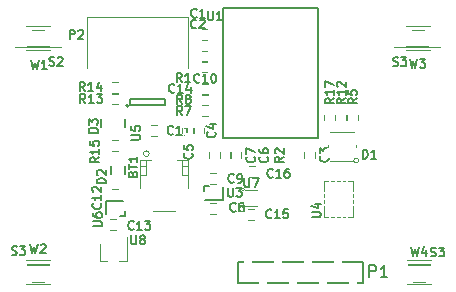
<source format=gbr>
G04 #@! TF.GenerationSoftware,KiCad,Pcbnew,(5.0.1-3-g963ef8bb5)*
G04 #@! TF.CreationDate,2019-06-21T09:31:58-10:00*
G04 #@! TF.ProjectId,OpenHAK_03,4F70656E48414B5F30332E6B69636164,rev?*
G04 #@! TF.SameCoordinates,Original*
G04 #@! TF.FileFunction,Legend,Top*
G04 #@! TF.FilePolarity,Positive*
%FSLAX46Y46*%
G04 Gerber Fmt 4.6, Leading zero omitted, Abs format (unit mm)*
G04 Created by KiCad (PCBNEW (5.0.1-3-g963ef8bb5)) date Friday, June 21, 2019 at 09:31:58 AM*
%MOMM*%
%LPD*%
G01*
G04 APERTURE LIST*
%ADD10C,0.100000*%
%ADD11C,0.120000*%
%ADD12C,0.200000*%
%ADD13C,0.150000*%
%ADD14C,0.127000*%
%ADD15R,0.570000X0.240000*%
%ADD16R,0.715000X0.290000*%
%ADD17R,0.290000X0.715000*%
%ADD18R,0.640000X0.540000*%
%ADD19C,0.010000*%
%ADD20C,0.520000*%
%ADD21R,0.490000X0.740000*%
%ADD22R,0.540000X0.640000*%
%ADD23R,1.050000X0.530000*%
%ADD24C,0.379410*%
%ADD25R,1.540000X1.540000*%
%ADD26R,1.540000X1.050000*%
%ADD27R,1.040000X0.294000*%
%ADD28R,0.294000X1.040000*%
%ADD29R,1.040000X1.640000*%
%ADD30R,0.790000X0.840000*%
%ADD31R,0.690000X0.840000*%
%ADD32R,0.690000X1.100000*%
%ADD33O,1.440000X1.440000*%
%ADD34R,1.940000X1.940000*%
%ADD35R,1.640000X1.440000*%
%ADD36R,0.440000X1.390000*%
%ADD37R,1.040000X0.840000*%
%ADD38R,0.640000X1.590000*%
%ADD39R,1.240000X1.840000*%
%ADD40R,0.780000X1.740000*%
G04 APERTURE END LIST*
D10*
G04 #@! TO.C,U7*
X142790880Y-101093860D02*
X141790880Y-101093860D01*
X142790880Y-102493860D02*
X141790880Y-102493860D01*
X141690880Y-101093860D02*
G75*
G03X141690880Y-101093860I-100000J0D01*
G01*
G04 #@! TO.C,U4*
X150940880Y-103393860D02*
X148440880Y-103393860D01*
X150940880Y-100393860D02*
X150940880Y-103393860D01*
X148440880Y-100393860D02*
X150940880Y-100393860D01*
X148440880Y-103393860D02*
X148440880Y-100393860D01*
D11*
G04 #@! TO.C,C12*
X131015880Y-101023860D02*
X130515880Y-101023860D01*
X130515880Y-101963860D02*
X131015880Y-101963860D01*
D12*
G04 #@! TO.C,U6*
X131165880Y-103293860D02*
X131565880Y-103293860D01*
X131565880Y-103293860D02*
X131565880Y-102893860D01*
X129965880Y-103193860D02*
X129965880Y-102093860D01*
X129965880Y-102093860D02*
X131465880Y-102093860D01*
D11*
G04 #@! TO.C,U8*
X129455880Y-105713860D02*
X129455880Y-107123860D01*
X131775880Y-107123860D02*
X131775880Y-105093860D01*
X131775880Y-107123860D02*
X131115880Y-107123860D01*
X130115880Y-107123860D02*
X129455880Y-107123860D01*
G04 #@! TO.C,C7*
X139620880Y-97943860D02*
X139620880Y-98443860D01*
X140560880Y-98443860D02*
X140560880Y-97943860D01*
G04 #@! TO.C,C8*
X138840880Y-103138860D02*
X139340880Y-103138860D01*
X139340880Y-102198860D02*
X138840880Y-102198860D01*
D13*
G04 #@! TO.C,U1*
X139940880Y-85693860D02*
X147940880Y-85693860D01*
X139940880Y-96193860D02*
X139940880Y-85693860D01*
X147940880Y-96693860D02*
X147940880Y-85693860D01*
X139940880Y-96693860D02*
X147940880Y-96693860D01*
X139940880Y-96193860D02*
X139940880Y-96693860D01*
D11*
G04 #@! TO.C,S3*
X157392880Y-87267860D02*
X155392880Y-87267860D01*
X155392880Y-89307860D02*
X157392880Y-89307860D01*
X157519880Y-107079860D02*
X155519880Y-107079860D01*
X155519880Y-109119860D02*
X157519880Y-109119860D01*
X125261880Y-107079860D02*
X123261880Y-107079860D01*
X123261880Y-109119860D02*
X125261880Y-109119860D01*
D13*
G04 #@! TO.C,D2*
X130390880Y-99818860D02*
X130390880Y-99118860D01*
X131590880Y-99118860D02*
X131590880Y-99818860D01*
G04 #@! TO.C,D3*
X131615880Y-95118860D02*
X131615880Y-95818860D01*
X129615880Y-95818860D02*
X129615880Y-95118860D01*
G04 #@! TO.C,U5*
X131915880Y-93993860D02*
G75*
G03X131915880Y-93993860I-100000J0D01*
G01*
X132065880Y-93443860D02*
X132065880Y-93943860D01*
X134965880Y-93443860D02*
X132065880Y-93443860D01*
X134965880Y-93943860D02*
X134965880Y-93443860D01*
X132065880Y-93943860D02*
X134965880Y-93943860D01*
D10*
G04 #@! TO.C,P2*
X136984220Y-90845647D02*
X136984220Y-86495647D01*
X136984220Y-86495647D02*
X128384220Y-86495647D01*
X128384220Y-86495647D02*
X128384220Y-90845647D01*
G04 #@! TO.C,D1*
X151390880Y-98643861D02*
G75*
G03X151390880Y-98643861I-200000J0D01*
G01*
X151190880Y-96443861D02*
X151190880Y-98443861D01*
X150990880Y-98643861D02*
X148990880Y-98643861D01*
X148790880Y-98443861D02*
X148790880Y-96443861D01*
X148990880Y-96243861D02*
X150990880Y-96243861D01*
D11*
G04 #@! TO.C,S2*
X125261880Y-87267860D02*
X123261880Y-87267860D01*
X123261880Y-89307860D02*
X125261880Y-89307860D01*
D14*
G04 #@! TO.C,W3*
X154492880Y-89014860D02*
X156392880Y-89014860D01*
X156392880Y-89014860D02*
X158292880Y-89014860D01*
D11*
X156892880Y-87564860D02*
X155892880Y-87564860D01*
D14*
G04 #@! TO.C,W4*
X158419880Y-107499860D02*
X156519880Y-107499860D01*
X156519880Y-107499860D02*
X154619880Y-107499860D01*
D11*
X156019880Y-108949860D02*
X157019880Y-108949860D01*
D14*
G04 #@! TO.C,W2*
X126161880Y-107499860D02*
X124261880Y-107499860D01*
X124261880Y-107499860D02*
X122361880Y-107499860D01*
D11*
X123761880Y-108949860D02*
X124761880Y-108949860D01*
D14*
G04 #@! TO.C,W1*
X122361880Y-89014860D02*
X124261880Y-89014860D01*
X124261880Y-89014860D02*
X126161880Y-89014860D01*
D11*
X124761880Y-87564860D02*
X123761880Y-87564860D01*
G04 #@! TO.C,BT1*
X133665880Y-98056360D02*
G75*
G03X133665880Y-98056360I-250000J0D01*
G01*
X134015880Y-102881360D02*
X135815880Y-102881360D01*
X132915880Y-100981360D02*
X132915880Y-98631360D01*
X132915880Y-98631360D02*
X133815880Y-98631360D01*
X133415880Y-98631360D02*
X133415880Y-99831360D01*
X133415880Y-99831360D02*
X133415880Y-99831360D01*
X133415880Y-99831360D02*
X133415880Y-98631360D01*
X133415880Y-98631360D02*
X133415880Y-98631360D01*
X133415880Y-99131360D02*
X133415880Y-99131360D01*
X133415880Y-99131360D02*
X132915880Y-99131360D01*
X132915880Y-99131360D02*
X132915880Y-99131360D01*
X132915880Y-99131360D02*
X133415880Y-99131360D01*
X133415880Y-99831360D02*
X133415880Y-99831360D01*
X133415880Y-99831360D02*
X132915880Y-99831360D01*
X132915880Y-99831360D02*
X132915880Y-99831360D01*
X132915880Y-99831360D02*
X133415880Y-99831360D01*
X136915880Y-100981360D02*
X136915880Y-98631360D01*
X136915880Y-98631360D02*
X136015880Y-98631360D01*
X136415880Y-98631360D02*
X136415880Y-99831360D01*
X136415880Y-99831360D02*
X136415880Y-99831360D01*
X136415880Y-99831360D02*
X136415880Y-98631360D01*
X136415880Y-98631360D02*
X136415880Y-98631360D01*
X136415880Y-99131360D02*
X136415880Y-99131360D01*
X136415880Y-99131360D02*
X136915880Y-99131360D01*
X136915880Y-99131360D02*
X136915880Y-99131360D01*
X136915880Y-99131360D02*
X136415880Y-99131360D01*
X136415880Y-99831360D02*
X136415880Y-99831360D01*
X136415880Y-99831360D02*
X136915880Y-99831360D01*
X136915880Y-99831360D02*
X136915880Y-99831360D01*
X136915880Y-99831360D02*
X136415880Y-99831360D01*
G04 #@! TO.C,C1*
X138090880Y-88463860D02*
X138590880Y-88463860D01*
X138590880Y-87523860D02*
X138090880Y-87523860D01*
G04 #@! TO.C,C2*
X138590880Y-88423860D02*
X138090880Y-88423860D01*
X138090880Y-89363860D02*
X138590880Y-89363860D01*
G04 #@! TO.C,C3*
X146770880Y-97893860D02*
X146770880Y-98393860D01*
X147710880Y-98393860D02*
X147710880Y-97893860D01*
G04 #@! TO.C,C4*
X137370880Y-95843860D02*
X137370880Y-96343860D01*
X138310880Y-96343860D02*
X138310880Y-95843860D01*
G04 #@! TO.C,C5*
X137410880Y-96343860D02*
X137410880Y-95843860D01*
X136470880Y-95843860D02*
X136470880Y-96343860D01*
G04 #@! TO.C,C6*
X138720880Y-97943860D02*
X138720880Y-98443860D01*
X139660880Y-98443860D02*
X139660880Y-97943860D01*
G04 #@! TO.C,C9*
X138840880Y-100638860D02*
X139340880Y-100638860D01*
X139340880Y-99698860D02*
X138840880Y-99698860D01*
G04 #@! TO.C,C10*
X138590880Y-90223860D02*
X138090880Y-90223860D01*
X138090880Y-91163860D02*
X138590880Y-91163860D01*
G04 #@! TO.C,C11*
X134315880Y-95623860D02*
X133815880Y-95623860D01*
X133815880Y-96563860D02*
X134315880Y-96563860D01*
G04 #@! TO.C,C13*
X130865880Y-103598860D02*
X130365880Y-103598860D01*
X130365880Y-104538860D02*
X130865880Y-104538860D01*
G04 #@! TO.C,C14*
X138660880Y-92123860D02*
X138160880Y-92123860D01*
X138160880Y-93063860D02*
X138660880Y-93063860D01*
G04 #@! TO.C,C15*
X142490880Y-102773860D02*
X141990880Y-102773860D01*
X141990880Y-103713860D02*
X142490880Y-103713860D01*
G04 #@! TO.C,C16*
X142140880Y-100063860D02*
X142640880Y-100063860D01*
X142640880Y-99123860D02*
X142140880Y-99123860D01*
G04 #@! TO.C,R1*
X138590880Y-89323860D02*
X138090880Y-89323860D01*
X138090880Y-90263860D02*
X138590880Y-90263860D01*
G04 #@! TO.C,R2*
X141460880Y-98443860D02*
X141460880Y-97943860D01*
X140520880Y-97943860D02*
X140520880Y-98443860D01*
G04 #@! TO.C,R5*
X150370880Y-94743860D02*
X150370880Y-95243860D01*
X151310880Y-95243860D02*
X151310880Y-94743860D01*
G04 #@! TO.C,R7*
X138650880Y-93923860D02*
X138150880Y-93923860D01*
X138150880Y-94863860D02*
X138650880Y-94863860D01*
G04 #@! TO.C,R8*
X138640880Y-93023860D02*
X138140880Y-93023860D01*
X138140880Y-93963860D02*
X138640880Y-93963860D01*
G04 #@! TO.C,R12*
X150360880Y-95243860D02*
X150360880Y-94743860D01*
X149420880Y-94743860D02*
X149420880Y-95243860D01*
G04 #@! TO.C,R13*
X131015880Y-92923860D02*
X130515880Y-92923860D01*
X130515880Y-93863860D02*
X131015880Y-93863860D01*
G04 #@! TO.C,R14*
X131015880Y-92023860D02*
X130515880Y-92023860D01*
X130515880Y-92963860D02*
X131015880Y-92963860D01*
G04 #@! TO.C,R15*
X130515880Y-97863860D02*
X131015880Y-97863860D01*
X131015880Y-96923860D02*
X130515880Y-96923860D01*
G04 #@! TO.C,R17*
X148470880Y-94743860D02*
X148470880Y-95243860D01*
X149410880Y-95243860D02*
X149410880Y-94743860D01*
D12*
G04 #@! TO.C,U3*
X139890880Y-102018861D02*
X138390880Y-102018861D01*
X139890880Y-100918861D02*
X139890880Y-102018861D01*
X138290880Y-100818861D02*
X138290880Y-101218861D01*
X138690880Y-100818861D02*
X138290880Y-100818861D01*
G04 #@! TO.C,P1*
X141210880Y-107193860D02*
X151770880Y-107193860D01*
X151770880Y-107193860D02*
X151770880Y-108993860D01*
X151770880Y-108993860D02*
X141210880Y-108993860D01*
X141210880Y-108993860D02*
X141210880Y-107193860D01*
G04 #@! TO.C,U7*
D13*
X141719451Y-100133145D02*
X141719451Y-100740288D01*
X141755165Y-100811717D01*
X141790880Y-100847431D01*
X141862308Y-100883145D01*
X142005165Y-100883145D01*
X142076594Y-100847431D01*
X142112308Y-100811717D01*
X142148022Y-100740288D01*
X142148022Y-100133145D01*
X142433737Y-100133145D02*
X142933737Y-100133145D01*
X142612308Y-100883145D01*
G04 #@! TO.C,U4*
X147430165Y-103415288D02*
X148037308Y-103415288D01*
X148108737Y-103379574D01*
X148144451Y-103343860D01*
X148180165Y-103272431D01*
X148180165Y-103129574D01*
X148144451Y-103058145D01*
X148108737Y-103022431D01*
X148037308Y-102986717D01*
X147430165Y-102986717D01*
X147680165Y-102308145D02*
X148180165Y-102308145D01*
X147394451Y-102486717D02*
X147930165Y-102665288D01*
X147930165Y-102201002D01*
G04 #@! TO.C,C12*
X129533737Y-102276002D02*
X129569451Y-102311717D01*
X129605165Y-102418860D01*
X129605165Y-102490288D01*
X129569451Y-102597431D01*
X129498022Y-102668860D01*
X129426594Y-102704574D01*
X129283737Y-102740288D01*
X129176594Y-102740288D01*
X129033737Y-102704574D01*
X128962308Y-102668860D01*
X128890880Y-102597431D01*
X128855165Y-102490288D01*
X128855165Y-102418860D01*
X128890880Y-102311717D01*
X128926594Y-102276002D01*
X129605165Y-101561717D02*
X129605165Y-101990288D01*
X129605165Y-101776002D02*
X128855165Y-101776002D01*
X128962308Y-101847431D01*
X129033737Y-101918860D01*
X129069451Y-101990288D01*
X128926594Y-101276002D02*
X128890880Y-101240288D01*
X128855165Y-101168860D01*
X128855165Y-100990288D01*
X128890880Y-100918860D01*
X128926594Y-100883145D01*
X128998022Y-100847431D01*
X129069451Y-100847431D01*
X129176594Y-100883145D01*
X129605165Y-101311717D01*
X129605165Y-100847431D01*
G04 #@! TO.C,U6*
X128905165Y-104215288D02*
X129512308Y-104215288D01*
X129583737Y-104179574D01*
X129619451Y-104143860D01*
X129655165Y-104072431D01*
X129655165Y-103929574D01*
X129619451Y-103858145D01*
X129583737Y-103822431D01*
X129512308Y-103786717D01*
X128905165Y-103786717D01*
X128905165Y-103108145D02*
X128905165Y-103251002D01*
X128940880Y-103322431D01*
X128976594Y-103358145D01*
X129083737Y-103429574D01*
X129226594Y-103465288D01*
X129512308Y-103465288D01*
X129583737Y-103429574D01*
X129619451Y-103393860D01*
X129655165Y-103322431D01*
X129655165Y-103179574D01*
X129619451Y-103108145D01*
X129583737Y-103072431D01*
X129512308Y-103036717D01*
X129333737Y-103036717D01*
X129262308Y-103072431D01*
X129226594Y-103108145D01*
X129190880Y-103179574D01*
X129190880Y-103322431D01*
X129226594Y-103393860D01*
X129262308Y-103429574D01*
X129333737Y-103465288D01*
G04 #@! TO.C,U8*
X132144451Y-104983145D02*
X132144451Y-105590288D01*
X132180165Y-105661717D01*
X132215880Y-105697431D01*
X132287308Y-105733145D01*
X132430165Y-105733145D01*
X132501594Y-105697431D01*
X132537308Y-105661717D01*
X132573022Y-105590288D01*
X132573022Y-104983145D01*
X133037308Y-105304574D02*
X132965880Y-105268860D01*
X132930165Y-105233145D01*
X132894451Y-105161717D01*
X132894451Y-105126002D01*
X132930165Y-105054574D01*
X132965880Y-105018860D01*
X133037308Y-104983145D01*
X133180165Y-104983145D01*
X133251594Y-105018860D01*
X133287308Y-105054574D01*
X133323022Y-105126002D01*
X133323022Y-105161717D01*
X133287308Y-105233145D01*
X133251594Y-105268860D01*
X133180165Y-105304574D01*
X133037308Y-105304574D01*
X132965880Y-105340288D01*
X132930165Y-105376002D01*
X132894451Y-105447431D01*
X132894451Y-105590288D01*
X132930165Y-105661717D01*
X132965880Y-105697431D01*
X133037308Y-105733145D01*
X133180165Y-105733145D01*
X133251594Y-105697431D01*
X133287308Y-105661717D01*
X133323022Y-105590288D01*
X133323022Y-105447431D01*
X133287308Y-105376002D01*
X133251594Y-105340288D01*
X133180165Y-105304574D01*
G04 #@! TO.C,C7*
X142558737Y-98318860D02*
X142594451Y-98354574D01*
X142630165Y-98461717D01*
X142630165Y-98533145D01*
X142594451Y-98640288D01*
X142523022Y-98711717D01*
X142451594Y-98747431D01*
X142308737Y-98783145D01*
X142201594Y-98783145D01*
X142058737Y-98747431D01*
X141987308Y-98711717D01*
X141915880Y-98640288D01*
X141880165Y-98533145D01*
X141880165Y-98461717D01*
X141915880Y-98354574D01*
X141951594Y-98318860D01*
X141880165Y-98068860D02*
X141880165Y-97568860D01*
X142630165Y-97890288D01*
G04 #@! TO.C,C8*
X140965880Y-102886717D02*
X140930165Y-102922431D01*
X140823022Y-102958145D01*
X140751594Y-102958145D01*
X140644451Y-102922431D01*
X140573022Y-102851002D01*
X140537308Y-102779574D01*
X140501594Y-102636717D01*
X140501594Y-102529574D01*
X140537308Y-102386717D01*
X140573022Y-102315288D01*
X140644451Y-102243860D01*
X140751594Y-102208145D01*
X140823022Y-102208145D01*
X140930165Y-102243860D01*
X140965880Y-102279574D01*
X141394451Y-102529574D02*
X141323022Y-102493860D01*
X141287308Y-102458145D01*
X141251594Y-102386717D01*
X141251594Y-102351002D01*
X141287308Y-102279574D01*
X141323022Y-102243860D01*
X141394451Y-102208145D01*
X141537308Y-102208145D01*
X141608737Y-102243860D01*
X141644451Y-102279574D01*
X141680165Y-102351002D01*
X141680165Y-102386717D01*
X141644451Y-102458145D01*
X141608737Y-102493860D01*
X141537308Y-102529574D01*
X141394451Y-102529574D01*
X141323022Y-102565288D01*
X141287308Y-102601002D01*
X141251594Y-102672431D01*
X141251594Y-102815288D01*
X141287308Y-102886717D01*
X141323022Y-102922431D01*
X141394451Y-102958145D01*
X141537308Y-102958145D01*
X141608737Y-102922431D01*
X141644451Y-102886717D01*
X141680165Y-102815288D01*
X141680165Y-102672431D01*
X141644451Y-102601002D01*
X141608737Y-102565288D01*
X141537308Y-102529574D01*
G04 #@! TO.C,U1*
X138619451Y-86008145D02*
X138619451Y-86615288D01*
X138655165Y-86686717D01*
X138690880Y-86722431D01*
X138762308Y-86758145D01*
X138905165Y-86758145D01*
X138976594Y-86722431D01*
X139012308Y-86686717D01*
X139048022Y-86615288D01*
X139048022Y-86008145D01*
X139798022Y-86758145D02*
X139369451Y-86758145D01*
X139583737Y-86758145D02*
X139583737Y-86008145D01*
X139512308Y-86115288D01*
X139440880Y-86186717D01*
X139369451Y-86222431D01*
G04 #@! TO.C,S3*
X154294451Y-90597431D02*
X154401594Y-90633145D01*
X154580165Y-90633145D01*
X154651594Y-90597431D01*
X154687308Y-90561717D01*
X154723022Y-90490288D01*
X154723022Y-90418860D01*
X154687308Y-90347431D01*
X154651594Y-90311717D01*
X154580165Y-90276002D01*
X154437308Y-90240288D01*
X154365880Y-90204574D01*
X154330165Y-90168860D01*
X154294451Y-90097431D01*
X154294451Y-90026002D01*
X154330165Y-89954574D01*
X154365880Y-89918860D01*
X154437308Y-89883145D01*
X154615880Y-89883145D01*
X154723022Y-89918860D01*
X154973022Y-89883145D02*
X155437308Y-89883145D01*
X155187308Y-90168860D01*
X155294451Y-90168860D01*
X155365880Y-90204574D01*
X155401594Y-90240288D01*
X155437308Y-90311717D01*
X155437308Y-90490288D01*
X155401594Y-90561717D01*
X155365880Y-90597431D01*
X155294451Y-90633145D01*
X155080165Y-90633145D01*
X155008737Y-90597431D01*
X154973022Y-90561717D01*
X157494451Y-106722431D02*
X157601594Y-106758145D01*
X157780165Y-106758145D01*
X157851594Y-106722431D01*
X157887308Y-106686717D01*
X157923022Y-106615288D01*
X157923022Y-106543860D01*
X157887308Y-106472431D01*
X157851594Y-106436717D01*
X157780165Y-106401002D01*
X157637308Y-106365288D01*
X157565880Y-106329574D01*
X157530165Y-106293860D01*
X157494451Y-106222431D01*
X157494451Y-106151002D01*
X157530165Y-106079574D01*
X157565880Y-106043860D01*
X157637308Y-106008145D01*
X157815880Y-106008145D01*
X157923022Y-106043860D01*
X158173022Y-106008145D02*
X158637308Y-106008145D01*
X158387308Y-106293860D01*
X158494451Y-106293860D01*
X158565880Y-106329574D01*
X158601594Y-106365288D01*
X158637308Y-106436717D01*
X158637308Y-106615288D01*
X158601594Y-106686717D01*
X158565880Y-106722431D01*
X158494451Y-106758145D01*
X158280165Y-106758145D01*
X158208737Y-106722431D01*
X158173022Y-106686717D01*
X122019451Y-106597431D02*
X122126594Y-106633145D01*
X122305165Y-106633145D01*
X122376594Y-106597431D01*
X122412308Y-106561717D01*
X122448022Y-106490288D01*
X122448022Y-106418860D01*
X122412308Y-106347431D01*
X122376594Y-106311717D01*
X122305165Y-106276002D01*
X122162308Y-106240288D01*
X122090880Y-106204574D01*
X122055165Y-106168860D01*
X122019451Y-106097431D01*
X122019451Y-106026002D01*
X122055165Y-105954574D01*
X122090880Y-105918860D01*
X122162308Y-105883145D01*
X122340880Y-105883145D01*
X122448022Y-105918860D01*
X122698022Y-105883145D02*
X123162308Y-105883145D01*
X122912308Y-106168860D01*
X123019451Y-106168860D01*
X123090880Y-106204574D01*
X123126594Y-106240288D01*
X123162308Y-106311717D01*
X123162308Y-106490288D01*
X123126594Y-106561717D01*
X123090880Y-106597431D01*
X123019451Y-106633145D01*
X122805165Y-106633145D01*
X122733737Y-106597431D01*
X122698022Y-106561717D01*
G04 #@! TO.C,D2*
X129980165Y-100572431D02*
X129230165Y-100572431D01*
X129230165Y-100393860D01*
X129265880Y-100286717D01*
X129337308Y-100215288D01*
X129408737Y-100179574D01*
X129551594Y-100143860D01*
X129658737Y-100143860D01*
X129801594Y-100179574D01*
X129873022Y-100215288D01*
X129944451Y-100286717D01*
X129980165Y-100393860D01*
X129980165Y-100572431D01*
X129301594Y-99858145D02*
X129265880Y-99822431D01*
X129230165Y-99751002D01*
X129230165Y-99572431D01*
X129265880Y-99501002D01*
X129301594Y-99465288D01*
X129373022Y-99429574D01*
X129444451Y-99429574D01*
X129551594Y-99465288D01*
X129980165Y-99893860D01*
X129980165Y-99429574D01*
G04 #@! TO.C,D3*
X129280165Y-96272431D02*
X128530165Y-96272431D01*
X128530165Y-96093860D01*
X128565880Y-95986717D01*
X128637308Y-95915288D01*
X128708737Y-95879574D01*
X128851594Y-95843860D01*
X128958737Y-95843860D01*
X129101594Y-95879574D01*
X129173022Y-95915288D01*
X129244451Y-95986717D01*
X129280165Y-96093860D01*
X129280165Y-96272431D01*
X128530165Y-95593860D02*
X128530165Y-95129574D01*
X128815880Y-95379574D01*
X128815880Y-95272431D01*
X128851594Y-95201002D01*
X128887308Y-95165288D01*
X128958737Y-95129574D01*
X129137308Y-95129574D01*
X129208737Y-95165288D01*
X129244451Y-95201002D01*
X129280165Y-95272431D01*
X129280165Y-95486717D01*
X129244451Y-95558145D01*
X129208737Y-95593860D01*
G04 #@! TO.C,U5*
X132135165Y-96875288D02*
X132742308Y-96875288D01*
X132813737Y-96839574D01*
X132849451Y-96803860D01*
X132885165Y-96732431D01*
X132885165Y-96589574D01*
X132849451Y-96518145D01*
X132813737Y-96482431D01*
X132742308Y-96446717D01*
X132135165Y-96446717D01*
X132135165Y-95732431D02*
X132135165Y-96089574D01*
X132492308Y-96125288D01*
X132456594Y-96089574D01*
X132420880Y-96018145D01*
X132420880Y-95839574D01*
X132456594Y-95768145D01*
X132492308Y-95732431D01*
X132563737Y-95696717D01*
X132742308Y-95696717D01*
X132813737Y-95732431D01*
X132849451Y-95768145D01*
X132885165Y-95839574D01*
X132885165Y-96018145D01*
X132849451Y-96089574D01*
X132813737Y-96125288D01*
G04 #@! TO.C,P2*
X126934108Y-88322345D02*
X126934108Y-87572345D01*
X127219822Y-87572345D01*
X127291251Y-87608060D01*
X127326965Y-87643774D01*
X127362680Y-87715202D01*
X127362680Y-87822345D01*
X127326965Y-87893774D01*
X127291251Y-87929488D01*
X127219822Y-87965202D01*
X126934108Y-87965202D01*
X127648394Y-87643774D02*
X127684108Y-87608060D01*
X127755537Y-87572345D01*
X127934108Y-87572345D01*
X128005537Y-87608060D01*
X128041251Y-87643774D01*
X128076965Y-87715202D01*
X128076965Y-87786631D01*
X128041251Y-87893774D01*
X127612680Y-88322345D01*
X128076965Y-88322345D01*
G04 #@! TO.C,D1*
X151737308Y-98483146D02*
X151737308Y-97733146D01*
X151915880Y-97733146D01*
X152023022Y-97768861D01*
X152094451Y-97840289D01*
X152130165Y-97911718D01*
X152165880Y-98054575D01*
X152165880Y-98161718D01*
X152130165Y-98304575D01*
X152094451Y-98376003D01*
X152023022Y-98447432D01*
X151915880Y-98483146D01*
X151737308Y-98483146D01*
X152880165Y-98483146D02*
X152451594Y-98483146D01*
X152665880Y-98483146D02*
X152665880Y-97733146D01*
X152594451Y-97840289D01*
X152523022Y-97911718D01*
X152451594Y-97947432D01*
G04 #@! TO.C,S2*
X125194451Y-90572431D02*
X125301594Y-90608145D01*
X125480165Y-90608145D01*
X125551594Y-90572431D01*
X125587308Y-90536717D01*
X125623022Y-90465288D01*
X125623022Y-90393860D01*
X125587308Y-90322431D01*
X125551594Y-90286717D01*
X125480165Y-90251002D01*
X125337308Y-90215288D01*
X125265880Y-90179574D01*
X125230165Y-90143860D01*
X125194451Y-90072431D01*
X125194451Y-90001002D01*
X125230165Y-89929574D01*
X125265880Y-89893860D01*
X125337308Y-89858145D01*
X125515880Y-89858145D01*
X125623022Y-89893860D01*
X125908737Y-89929574D02*
X125944451Y-89893860D01*
X126015880Y-89858145D01*
X126194451Y-89858145D01*
X126265880Y-89893860D01*
X126301594Y-89929574D01*
X126337308Y-90001002D01*
X126337308Y-90072431D01*
X126301594Y-90179574D01*
X125873022Y-90608145D01*
X126337308Y-90608145D01*
G04 #@! TO.C,W3*
X155712308Y-90033145D02*
X155890880Y-90783145D01*
X156033737Y-90247431D01*
X156176594Y-90783145D01*
X156355165Y-90033145D01*
X156569451Y-90033145D02*
X157033737Y-90033145D01*
X156783737Y-90318860D01*
X156890880Y-90318860D01*
X156962308Y-90354574D01*
X156998022Y-90390288D01*
X157033737Y-90461717D01*
X157033737Y-90640288D01*
X156998022Y-90711717D01*
X156962308Y-90747431D01*
X156890880Y-90783145D01*
X156676594Y-90783145D01*
X156605165Y-90747431D01*
X156569451Y-90711717D01*
G04 #@! TO.C,W4*
X155841308Y-105933145D02*
X156019880Y-106683145D01*
X156162737Y-106147431D01*
X156305594Y-106683145D01*
X156484165Y-105933145D01*
X157091308Y-106183145D02*
X157091308Y-106683145D01*
X156912737Y-105897431D02*
X156734165Y-106433145D01*
X157198451Y-106433145D01*
G04 #@! TO.C,W2*
X123562308Y-105733145D02*
X123740880Y-106483145D01*
X123883737Y-105947431D01*
X124026594Y-106483145D01*
X124205165Y-105733145D01*
X124455165Y-105804574D02*
X124490880Y-105768860D01*
X124562308Y-105733145D01*
X124740880Y-105733145D01*
X124812308Y-105768860D01*
X124848022Y-105804574D01*
X124883737Y-105876002D01*
X124883737Y-105947431D01*
X124848022Y-106054574D01*
X124419451Y-106483145D01*
X124883737Y-106483145D01*
G04 #@! TO.C,W1*
X123662308Y-90133145D02*
X123840880Y-90883145D01*
X123983737Y-90347431D01*
X124126594Y-90883145D01*
X124305165Y-90133145D01*
X124983737Y-90883145D02*
X124555165Y-90883145D01*
X124769451Y-90883145D02*
X124769451Y-90133145D01*
X124698022Y-90240288D01*
X124626594Y-90311717D01*
X124555165Y-90347431D01*
G04 #@! TO.C,BT1*
X132262308Y-99783145D02*
X132298022Y-99676002D01*
X132333737Y-99640288D01*
X132405165Y-99604574D01*
X132512308Y-99604574D01*
X132583737Y-99640288D01*
X132619451Y-99676002D01*
X132655165Y-99747431D01*
X132655165Y-100033145D01*
X131905165Y-100033145D01*
X131905165Y-99783145D01*
X131940880Y-99711717D01*
X131976594Y-99676002D01*
X132048022Y-99640288D01*
X132119451Y-99640288D01*
X132190880Y-99676002D01*
X132226594Y-99711717D01*
X132262308Y-99783145D01*
X132262308Y-100033145D01*
X131905165Y-99390288D02*
X131905165Y-98961717D01*
X132655165Y-99176002D02*
X131905165Y-99176002D01*
X132655165Y-98318860D02*
X132655165Y-98747431D01*
X132655165Y-98533145D02*
X131905165Y-98533145D01*
X132012308Y-98604574D01*
X132083737Y-98676002D01*
X132119451Y-98747431D01*
G04 #@! TO.C,C1*
X137665880Y-86461717D02*
X137630165Y-86497431D01*
X137523022Y-86533145D01*
X137451594Y-86533145D01*
X137344451Y-86497431D01*
X137273022Y-86426002D01*
X137237308Y-86354574D01*
X137201594Y-86211717D01*
X137201594Y-86104574D01*
X137237308Y-85961717D01*
X137273022Y-85890288D01*
X137344451Y-85818860D01*
X137451594Y-85783145D01*
X137523022Y-85783145D01*
X137630165Y-85818860D01*
X137665880Y-85854574D01*
X138380165Y-86533145D02*
X137951594Y-86533145D01*
X138165880Y-86533145D02*
X138165880Y-85783145D01*
X138094451Y-85890288D01*
X138023022Y-85961717D01*
X137951594Y-85997431D01*
G04 #@! TO.C,C2*
X137640880Y-87386717D02*
X137605165Y-87422431D01*
X137498022Y-87458145D01*
X137426594Y-87458145D01*
X137319451Y-87422431D01*
X137248022Y-87351002D01*
X137212308Y-87279574D01*
X137176594Y-87136717D01*
X137176594Y-87029574D01*
X137212308Y-86886717D01*
X137248022Y-86815288D01*
X137319451Y-86743860D01*
X137426594Y-86708145D01*
X137498022Y-86708145D01*
X137605165Y-86743860D01*
X137640880Y-86779574D01*
X137926594Y-86779574D02*
X137962308Y-86743860D01*
X138033737Y-86708145D01*
X138212308Y-86708145D01*
X138283737Y-86743860D01*
X138319451Y-86779574D01*
X138355165Y-86851002D01*
X138355165Y-86922431D01*
X138319451Y-87029574D01*
X137890880Y-87458145D01*
X138355165Y-87458145D01*
G04 #@! TO.C,C3*
X148778737Y-98268860D02*
X148814451Y-98304574D01*
X148850165Y-98411717D01*
X148850165Y-98483145D01*
X148814451Y-98590288D01*
X148743022Y-98661717D01*
X148671594Y-98697431D01*
X148528737Y-98733145D01*
X148421594Y-98733145D01*
X148278737Y-98697431D01*
X148207308Y-98661717D01*
X148135880Y-98590288D01*
X148100165Y-98483145D01*
X148100165Y-98411717D01*
X148135880Y-98304574D01*
X148171594Y-98268860D01*
X148100165Y-98018860D02*
X148100165Y-97554574D01*
X148385880Y-97804574D01*
X148385880Y-97697431D01*
X148421594Y-97626002D01*
X148457308Y-97590288D01*
X148528737Y-97554574D01*
X148707308Y-97554574D01*
X148778737Y-97590288D01*
X148814451Y-97626002D01*
X148850165Y-97697431D01*
X148850165Y-97911717D01*
X148814451Y-97983145D01*
X148778737Y-98018860D01*
G04 #@! TO.C,C4*
X139208737Y-96218860D02*
X139244451Y-96254574D01*
X139280165Y-96361717D01*
X139280165Y-96433145D01*
X139244451Y-96540288D01*
X139173022Y-96611717D01*
X139101594Y-96647431D01*
X138958737Y-96683145D01*
X138851594Y-96683145D01*
X138708737Y-96647431D01*
X138637308Y-96611717D01*
X138565880Y-96540288D01*
X138530165Y-96433145D01*
X138530165Y-96361717D01*
X138565880Y-96254574D01*
X138601594Y-96218860D01*
X138780165Y-95576002D02*
X139280165Y-95576002D01*
X138494451Y-95754574D02*
X139030165Y-95933145D01*
X139030165Y-95468860D01*
G04 #@! TO.C,C5*
X137258737Y-98018860D02*
X137294451Y-98054574D01*
X137330165Y-98161717D01*
X137330165Y-98233145D01*
X137294451Y-98340288D01*
X137223022Y-98411717D01*
X137151594Y-98447431D01*
X137008737Y-98483145D01*
X136901594Y-98483145D01*
X136758737Y-98447431D01*
X136687308Y-98411717D01*
X136615880Y-98340288D01*
X136580165Y-98233145D01*
X136580165Y-98161717D01*
X136615880Y-98054574D01*
X136651594Y-98018860D01*
X136580165Y-97340288D02*
X136580165Y-97697431D01*
X136937308Y-97733145D01*
X136901594Y-97697431D01*
X136865880Y-97626002D01*
X136865880Y-97447431D01*
X136901594Y-97376002D01*
X136937308Y-97340288D01*
X137008737Y-97304574D01*
X137187308Y-97304574D01*
X137258737Y-97340288D01*
X137294451Y-97376002D01*
X137330165Y-97447431D01*
X137330165Y-97626002D01*
X137294451Y-97697431D01*
X137258737Y-97733145D01*
G04 #@! TO.C,C6*
X143658737Y-98318860D02*
X143694451Y-98354574D01*
X143730165Y-98461717D01*
X143730165Y-98533145D01*
X143694451Y-98640288D01*
X143623022Y-98711717D01*
X143551594Y-98747431D01*
X143408737Y-98783145D01*
X143301594Y-98783145D01*
X143158737Y-98747431D01*
X143087308Y-98711717D01*
X143015880Y-98640288D01*
X142980165Y-98533145D01*
X142980165Y-98461717D01*
X143015880Y-98354574D01*
X143051594Y-98318860D01*
X142980165Y-97676002D02*
X142980165Y-97818860D01*
X143015880Y-97890288D01*
X143051594Y-97926002D01*
X143158737Y-97997431D01*
X143301594Y-98033145D01*
X143587308Y-98033145D01*
X143658737Y-97997431D01*
X143694451Y-97961717D01*
X143730165Y-97890288D01*
X143730165Y-97747431D01*
X143694451Y-97676002D01*
X143658737Y-97640288D01*
X143587308Y-97604574D01*
X143408737Y-97604574D01*
X143337308Y-97640288D01*
X143301594Y-97676002D01*
X143265880Y-97747431D01*
X143265880Y-97890288D01*
X143301594Y-97961717D01*
X143337308Y-97997431D01*
X143408737Y-98033145D01*
G04 #@! TO.C,C9*
X140815880Y-100436717D02*
X140780165Y-100472431D01*
X140673022Y-100508145D01*
X140601594Y-100508145D01*
X140494451Y-100472431D01*
X140423022Y-100401002D01*
X140387308Y-100329574D01*
X140351594Y-100186717D01*
X140351594Y-100079574D01*
X140387308Y-99936717D01*
X140423022Y-99865288D01*
X140494451Y-99793860D01*
X140601594Y-99758145D01*
X140673022Y-99758145D01*
X140780165Y-99793860D01*
X140815880Y-99829574D01*
X141173022Y-100508145D02*
X141315880Y-100508145D01*
X141387308Y-100472431D01*
X141423022Y-100436717D01*
X141494451Y-100329574D01*
X141530165Y-100186717D01*
X141530165Y-99901002D01*
X141494451Y-99829574D01*
X141458737Y-99793860D01*
X141387308Y-99758145D01*
X141244451Y-99758145D01*
X141173022Y-99793860D01*
X141137308Y-99829574D01*
X141101594Y-99901002D01*
X141101594Y-100079574D01*
X141137308Y-100151002D01*
X141173022Y-100186717D01*
X141244451Y-100222431D01*
X141387308Y-100222431D01*
X141458737Y-100186717D01*
X141494451Y-100151002D01*
X141530165Y-100079574D01*
G04 #@! TO.C,C10*
X137908737Y-91961717D02*
X137873022Y-91997431D01*
X137765880Y-92033145D01*
X137694451Y-92033145D01*
X137587308Y-91997431D01*
X137515880Y-91926002D01*
X137480165Y-91854574D01*
X137444451Y-91711717D01*
X137444451Y-91604574D01*
X137480165Y-91461717D01*
X137515880Y-91390288D01*
X137587308Y-91318860D01*
X137694451Y-91283145D01*
X137765880Y-91283145D01*
X137873022Y-91318860D01*
X137908737Y-91354574D01*
X138623022Y-92033145D02*
X138194451Y-92033145D01*
X138408737Y-92033145D02*
X138408737Y-91283145D01*
X138337308Y-91390288D01*
X138265880Y-91461717D01*
X138194451Y-91497431D01*
X139087308Y-91283145D02*
X139158737Y-91283145D01*
X139230165Y-91318860D01*
X139265880Y-91354574D01*
X139301594Y-91426002D01*
X139337308Y-91568860D01*
X139337308Y-91747431D01*
X139301594Y-91890288D01*
X139265880Y-91961717D01*
X139230165Y-91997431D01*
X139158737Y-92033145D01*
X139087308Y-92033145D01*
X139015880Y-91997431D01*
X138980165Y-91961717D01*
X138944451Y-91890288D01*
X138908737Y-91747431D01*
X138908737Y-91568860D01*
X138944451Y-91426002D01*
X138980165Y-91354574D01*
X139015880Y-91318860D01*
X139087308Y-91283145D01*
G04 #@! TO.C,C11*
X135682137Y-96384917D02*
X135646422Y-96420631D01*
X135539280Y-96456345D01*
X135467851Y-96456345D01*
X135360708Y-96420631D01*
X135289280Y-96349202D01*
X135253565Y-96277774D01*
X135217851Y-96134917D01*
X135217851Y-96027774D01*
X135253565Y-95884917D01*
X135289280Y-95813488D01*
X135360708Y-95742060D01*
X135467851Y-95706345D01*
X135539280Y-95706345D01*
X135646422Y-95742060D01*
X135682137Y-95777774D01*
X136396422Y-96456345D02*
X135967851Y-96456345D01*
X136182137Y-96456345D02*
X136182137Y-95706345D01*
X136110708Y-95813488D01*
X136039280Y-95884917D01*
X135967851Y-95920631D01*
X137110708Y-96456345D02*
X136682137Y-96456345D01*
X136896422Y-96456345D02*
X136896422Y-95706345D01*
X136824994Y-95813488D01*
X136753565Y-95884917D01*
X136682137Y-95920631D01*
G04 #@! TO.C,C13*
X132333737Y-104436717D02*
X132298022Y-104472431D01*
X132190880Y-104508145D01*
X132119451Y-104508145D01*
X132012308Y-104472431D01*
X131940880Y-104401002D01*
X131905165Y-104329574D01*
X131869451Y-104186717D01*
X131869451Y-104079574D01*
X131905165Y-103936717D01*
X131940880Y-103865288D01*
X132012308Y-103793860D01*
X132119451Y-103758145D01*
X132190880Y-103758145D01*
X132298022Y-103793860D01*
X132333737Y-103829574D01*
X133048022Y-104508145D02*
X132619451Y-104508145D01*
X132833737Y-104508145D02*
X132833737Y-103758145D01*
X132762308Y-103865288D01*
X132690880Y-103936717D01*
X132619451Y-103972431D01*
X133298022Y-103758145D02*
X133762308Y-103758145D01*
X133512308Y-104043860D01*
X133619451Y-104043860D01*
X133690880Y-104079574D01*
X133726594Y-104115288D01*
X133762308Y-104186717D01*
X133762308Y-104365288D01*
X133726594Y-104436717D01*
X133690880Y-104472431D01*
X133619451Y-104508145D01*
X133405165Y-104508145D01*
X133333737Y-104472431D01*
X133298022Y-104436717D01*
G04 #@! TO.C,C14*
X135798737Y-92821717D02*
X135763022Y-92857431D01*
X135655880Y-92893145D01*
X135584451Y-92893145D01*
X135477308Y-92857431D01*
X135405880Y-92786002D01*
X135370165Y-92714574D01*
X135334451Y-92571717D01*
X135334451Y-92464574D01*
X135370165Y-92321717D01*
X135405880Y-92250288D01*
X135477308Y-92178860D01*
X135584451Y-92143145D01*
X135655880Y-92143145D01*
X135763022Y-92178860D01*
X135798737Y-92214574D01*
X136513022Y-92893145D02*
X136084451Y-92893145D01*
X136298737Y-92893145D02*
X136298737Y-92143145D01*
X136227308Y-92250288D01*
X136155880Y-92321717D01*
X136084451Y-92357431D01*
X137155880Y-92393145D02*
X137155880Y-92893145D01*
X136977308Y-92107431D02*
X136798737Y-92643145D01*
X137263022Y-92643145D01*
G04 #@! TO.C,C15*
X144008737Y-103461717D02*
X143973022Y-103497431D01*
X143865880Y-103533145D01*
X143794451Y-103533145D01*
X143687308Y-103497431D01*
X143615880Y-103426002D01*
X143580165Y-103354574D01*
X143544451Y-103211717D01*
X143544451Y-103104574D01*
X143580165Y-102961717D01*
X143615880Y-102890288D01*
X143687308Y-102818860D01*
X143794451Y-102783145D01*
X143865880Y-102783145D01*
X143973022Y-102818860D01*
X144008737Y-102854574D01*
X144723022Y-103533145D02*
X144294451Y-103533145D01*
X144508737Y-103533145D02*
X144508737Y-102783145D01*
X144437308Y-102890288D01*
X144365880Y-102961717D01*
X144294451Y-102997431D01*
X145401594Y-102783145D02*
X145044451Y-102783145D01*
X145008737Y-103140288D01*
X145044451Y-103104574D01*
X145115880Y-103068860D01*
X145294451Y-103068860D01*
X145365880Y-103104574D01*
X145401594Y-103140288D01*
X145437308Y-103211717D01*
X145437308Y-103390288D01*
X145401594Y-103461717D01*
X145365880Y-103497431D01*
X145294451Y-103533145D01*
X145115880Y-103533145D01*
X145044451Y-103497431D01*
X145008737Y-103461717D01*
G04 #@! TO.C,C16*
X144108737Y-100011717D02*
X144073022Y-100047431D01*
X143965880Y-100083145D01*
X143894451Y-100083145D01*
X143787308Y-100047431D01*
X143715880Y-99976002D01*
X143680165Y-99904574D01*
X143644451Y-99761717D01*
X143644451Y-99654574D01*
X143680165Y-99511717D01*
X143715880Y-99440288D01*
X143787308Y-99368860D01*
X143894451Y-99333145D01*
X143965880Y-99333145D01*
X144073022Y-99368860D01*
X144108737Y-99404574D01*
X144823022Y-100083145D02*
X144394451Y-100083145D01*
X144608737Y-100083145D02*
X144608737Y-99333145D01*
X144537308Y-99440288D01*
X144465880Y-99511717D01*
X144394451Y-99547431D01*
X145465880Y-99333145D02*
X145323022Y-99333145D01*
X145251594Y-99368860D01*
X145215880Y-99404574D01*
X145144451Y-99511717D01*
X145108737Y-99654574D01*
X145108737Y-99940288D01*
X145144451Y-100011717D01*
X145180165Y-100047431D01*
X145251594Y-100083145D01*
X145394451Y-100083145D01*
X145465880Y-100047431D01*
X145501594Y-100011717D01*
X145537308Y-99940288D01*
X145537308Y-99761717D01*
X145501594Y-99690288D01*
X145465880Y-99654574D01*
X145394451Y-99618860D01*
X145251594Y-99618860D01*
X145180165Y-99654574D01*
X145144451Y-99690288D01*
X145108737Y-99761717D01*
G04 #@! TO.C,R1*
X136415880Y-91983145D02*
X136165880Y-91626002D01*
X135987308Y-91983145D02*
X135987308Y-91233145D01*
X136273022Y-91233145D01*
X136344451Y-91268860D01*
X136380165Y-91304574D01*
X136415880Y-91376002D01*
X136415880Y-91483145D01*
X136380165Y-91554574D01*
X136344451Y-91590288D01*
X136273022Y-91626002D01*
X135987308Y-91626002D01*
X137130165Y-91983145D02*
X136701594Y-91983145D01*
X136915880Y-91983145D02*
X136915880Y-91233145D01*
X136844451Y-91340288D01*
X136773022Y-91411717D01*
X136701594Y-91447431D01*
G04 #@! TO.C,R2*
X145030165Y-98318860D02*
X144673022Y-98568860D01*
X145030165Y-98747431D02*
X144280165Y-98747431D01*
X144280165Y-98461717D01*
X144315880Y-98390288D01*
X144351594Y-98354574D01*
X144423022Y-98318860D01*
X144530165Y-98318860D01*
X144601594Y-98354574D01*
X144637308Y-98390288D01*
X144673022Y-98461717D01*
X144673022Y-98747431D01*
X144351594Y-98033145D02*
X144315880Y-97997431D01*
X144280165Y-97926002D01*
X144280165Y-97747431D01*
X144315880Y-97676002D01*
X144351594Y-97640288D01*
X144423022Y-97604574D01*
X144494451Y-97604574D01*
X144601594Y-97640288D01*
X145030165Y-98068860D01*
X145030165Y-97604574D01*
G04 #@! TO.C,R5*
X151230165Y-93368860D02*
X150873022Y-93618860D01*
X151230165Y-93797431D02*
X150480165Y-93797431D01*
X150480165Y-93511717D01*
X150515880Y-93440288D01*
X150551594Y-93404574D01*
X150623022Y-93368860D01*
X150730165Y-93368860D01*
X150801594Y-93404574D01*
X150837308Y-93440288D01*
X150873022Y-93511717D01*
X150873022Y-93797431D01*
X150480165Y-92690288D02*
X150480165Y-93047431D01*
X150837308Y-93083145D01*
X150801594Y-93047431D01*
X150765880Y-92976002D01*
X150765880Y-92797431D01*
X150801594Y-92726002D01*
X150837308Y-92690288D01*
X150908737Y-92654574D01*
X151087308Y-92654574D01*
X151158737Y-92690288D01*
X151194451Y-92726002D01*
X151230165Y-92797431D01*
X151230165Y-92976002D01*
X151194451Y-93047431D01*
X151158737Y-93083145D01*
G04 #@! TO.C,R7*
X136469080Y-94778345D02*
X136219080Y-94421202D01*
X136040508Y-94778345D02*
X136040508Y-94028345D01*
X136326222Y-94028345D01*
X136397651Y-94064060D01*
X136433365Y-94099774D01*
X136469080Y-94171202D01*
X136469080Y-94278345D01*
X136433365Y-94349774D01*
X136397651Y-94385488D01*
X136326222Y-94421202D01*
X136040508Y-94421202D01*
X136719080Y-94028345D02*
X137219080Y-94028345D01*
X136897651Y-94778345D01*
G04 #@! TO.C,R8*
X136445880Y-93823145D02*
X136195880Y-93466002D01*
X136017308Y-93823145D02*
X136017308Y-93073145D01*
X136303022Y-93073145D01*
X136374451Y-93108860D01*
X136410165Y-93144574D01*
X136445880Y-93216002D01*
X136445880Y-93323145D01*
X136410165Y-93394574D01*
X136374451Y-93430288D01*
X136303022Y-93466002D01*
X136017308Y-93466002D01*
X136874451Y-93394574D02*
X136803022Y-93358860D01*
X136767308Y-93323145D01*
X136731594Y-93251717D01*
X136731594Y-93216002D01*
X136767308Y-93144574D01*
X136803022Y-93108860D01*
X136874451Y-93073145D01*
X137017308Y-93073145D01*
X137088737Y-93108860D01*
X137124451Y-93144574D01*
X137160165Y-93216002D01*
X137160165Y-93251717D01*
X137124451Y-93323145D01*
X137088737Y-93358860D01*
X137017308Y-93394574D01*
X136874451Y-93394574D01*
X136803022Y-93430288D01*
X136767308Y-93466002D01*
X136731594Y-93537431D01*
X136731594Y-93680288D01*
X136767308Y-93751717D01*
X136803022Y-93787431D01*
X136874451Y-93823145D01*
X137017308Y-93823145D01*
X137088737Y-93787431D01*
X137124451Y-93751717D01*
X137160165Y-93680288D01*
X137160165Y-93537431D01*
X137124451Y-93466002D01*
X137088737Y-93430288D01*
X137017308Y-93394574D01*
G04 #@! TO.C,R12*
X150280165Y-93376002D02*
X149923022Y-93626002D01*
X150280165Y-93804574D02*
X149530165Y-93804574D01*
X149530165Y-93518860D01*
X149565880Y-93447431D01*
X149601594Y-93411717D01*
X149673022Y-93376002D01*
X149780165Y-93376002D01*
X149851594Y-93411717D01*
X149887308Y-93447431D01*
X149923022Y-93518860D01*
X149923022Y-93804574D01*
X150280165Y-92661717D02*
X150280165Y-93090288D01*
X150280165Y-92876002D02*
X149530165Y-92876002D01*
X149637308Y-92947431D01*
X149708737Y-93018860D01*
X149744451Y-93090288D01*
X149601594Y-92376002D02*
X149565880Y-92340288D01*
X149530165Y-92268860D01*
X149530165Y-92090288D01*
X149565880Y-92018860D01*
X149601594Y-91983145D01*
X149673022Y-91947431D01*
X149744451Y-91947431D01*
X149851594Y-91983145D01*
X150280165Y-92411717D01*
X150280165Y-91947431D01*
G04 #@! TO.C,R13*
X128258737Y-93758145D02*
X128008737Y-93401002D01*
X127830165Y-93758145D02*
X127830165Y-93008145D01*
X128115880Y-93008145D01*
X128187308Y-93043860D01*
X128223022Y-93079574D01*
X128258737Y-93151002D01*
X128258737Y-93258145D01*
X128223022Y-93329574D01*
X128187308Y-93365288D01*
X128115880Y-93401002D01*
X127830165Y-93401002D01*
X128973022Y-93758145D02*
X128544451Y-93758145D01*
X128758737Y-93758145D02*
X128758737Y-93008145D01*
X128687308Y-93115288D01*
X128615880Y-93186717D01*
X128544451Y-93222431D01*
X129223022Y-93008145D02*
X129687308Y-93008145D01*
X129437308Y-93293860D01*
X129544451Y-93293860D01*
X129615880Y-93329574D01*
X129651594Y-93365288D01*
X129687308Y-93436717D01*
X129687308Y-93615288D01*
X129651594Y-93686717D01*
X129615880Y-93722431D01*
X129544451Y-93758145D01*
X129330165Y-93758145D01*
X129258737Y-93722431D01*
X129223022Y-93686717D01*
G04 #@! TO.C,R14*
X128208737Y-92758145D02*
X127958737Y-92401002D01*
X127780165Y-92758145D02*
X127780165Y-92008145D01*
X128065880Y-92008145D01*
X128137308Y-92043860D01*
X128173022Y-92079574D01*
X128208737Y-92151002D01*
X128208737Y-92258145D01*
X128173022Y-92329574D01*
X128137308Y-92365288D01*
X128065880Y-92401002D01*
X127780165Y-92401002D01*
X128923022Y-92758145D02*
X128494451Y-92758145D01*
X128708737Y-92758145D02*
X128708737Y-92008145D01*
X128637308Y-92115288D01*
X128565880Y-92186717D01*
X128494451Y-92222431D01*
X129565880Y-92258145D02*
X129565880Y-92758145D01*
X129387308Y-91972431D02*
X129208737Y-92508145D01*
X129673022Y-92508145D01*
G04 #@! TO.C,R15*
X129405165Y-98376002D02*
X129048022Y-98626002D01*
X129405165Y-98804574D02*
X128655165Y-98804574D01*
X128655165Y-98518860D01*
X128690880Y-98447431D01*
X128726594Y-98411717D01*
X128798022Y-98376002D01*
X128905165Y-98376002D01*
X128976594Y-98411717D01*
X129012308Y-98447431D01*
X129048022Y-98518860D01*
X129048022Y-98804574D01*
X129405165Y-97661717D02*
X129405165Y-98090288D01*
X129405165Y-97876002D02*
X128655165Y-97876002D01*
X128762308Y-97947431D01*
X128833737Y-98018860D01*
X128869451Y-98090288D01*
X128655165Y-96983145D02*
X128655165Y-97340288D01*
X129012308Y-97376002D01*
X128976594Y-97340288D01*
X128940880Y-97268860D01*
X128940880Y-97090288D01*
X128976594Y-97018860D01*
X129012308Y-96983145D01*
X129083737Y-96947431D01*
X129262308Y-96947431D01*
X129333737Y-96983145D01*
X129369451Y-97018860D01*
X129405165Y-97090288D01*
X129405165Y-97268860D01*
X129369451Y-97340288D01*
X129333737Y-97376002D01*
G04 #@! TO.C,R17*
X149280165Y-93376002D02*
X148923022Y-93626002D01*
X149280165Y-93804574D02*
X148530165Y-93804574D01*
X148530165Y-93518860D01*
X148565880Y-93447431D01*
X148601594Y-93411717D01*
X148673022Y-93376002D01*
X148780165Y-93376002D01*
X148851594Y-93411717D01*
X148887308Y-93447431D01*
X148923022Y-93518860D01*
X148923022Y-93804574D01*
X149280165Y-92661717D02*
X149280165Y-93090288D01*
X149280165Y-92876002D02*
X148530165Y-92876002D01*
X148637308Y-92947431D01*
X148708737Y-93018860D01*
X148744451Y-93090288D01*
X148530165Y-92411717D02*
X148530165Y-91911717D01*
X149280165Y-92233145D01*
G04 #@! TO.C,U3*
X140319451Y-100958146D02*
X140319451Y-101565289D01*
X140355165Y-101636718D01*
X140390880Y-101672432D01*
X140462308Y-101708146D01*
X140605165Y-101708146D01*
X140676594Y-101672432D01*
X140712308Y-101636718D01*
X140748022Y-101565289D01*
X140748022Y-100958146D01*
X141033737Y-100958146D02*
X141498022Y-100958146D01*
X141248022Y-101243861D01*
X141355165Y-101243861D01*
X141426594Y-101279575D01*
X141462308Y-101315289D01*
X141498022Y-101386718D01*
X141498022Y-101565289D01*
X141462308Y-101636718D01*
X141426594Y-101672432D01*
X141355165Y-101708146D01*
X141140880Y-101708146D01*
X141069451Y-101672432D01*
X141033737Y-101636718D01*
G04 #@! TO.C,P1*
X152302784Y-108496240D02*
X152302784Y-107496240D01*
X152683737Y-107496240D01*
X152778975Y-107543860D01*
X152826594Y-107591479D01*
X152874213Y-107686717D01*
X152874213Y-107829574D01*
X152826594Y-107924812D01*
X152778975Y-107972431D01*
X152683737Y-108020050D01*
X152302784Y-108020050D01*
X153826594Y-108496240D02*
X153255165Y-108496240D01*
X153540880Y-108496240D02*
X153540880Y-107496240D01*
X153445641Y-107639098D01*
X153350403Y-107734336D01*
X153255165Y-107781955D01*
G04 #@! TD*
%LPC*%
D15*
G04 #@! TO.C,U7*
X141955880Y-101268860D03*
X141955880Y-101618860D03*
X141955880Y-101968860D03*
X141955880Y-102318860D03*
X142625880Y-102318860D03*
X142625880Y-101968860D03*
X142625880Y-101618860D03*
X142625880Y-101268860D03*
G04 #@! TD*
D16*
G04 #@! TO.C,U4*
X148678380Y-101893860D03*
D17*
X148940880Y-103156360D03*
X149440880Y-103156360D03*
X149940880Y-103156360D03*
X150440880Y-103156360D03*
X150440880Y-100631360D03*
X149940880Y-100631360D03*
X149440880Y-100631360D03*
X148940880Y-100631360D03*
D16*
X148678380Y-102393860D03*
X148678380Y-101393860D03*
X150703380Y-101393860D03*
X150703380Y-101893860D03*
X150703380Y-102393860D03*
G04 #@! TD*
D18*
G04 #@! TO.C,C12*
X130215880Y-101493860D03*
X131315880Y-101493860D03*
G04 #@! TD*
D19*
G04 #@! TO.C,U6*
X131415880Y-103006360D03*
D10*
G36*
X130996264Y-103092458D02*
X130997402Y-103088706D01*
X130999251Y-103085249D01*
X131000545Y-103083521D01*
X131180545Y-102868521D01*
X131183344Y-102865776D01*
X131186625Y-102863630D01*
X131190262Y-102862165D01*
X131195880Y-102861360D01*
X131420880Y-102861360D01*
X131424782Y-102861744D01*
X131428534Y-102862882D01*
X131431991Y-102864731D01*
X131435022Y-102867218D01*
X131437509Y-102870249D01*
X131439358Y-102873706D01*
X131440496Y-102877458D01*
X131440880Y-102881360D01*
X131440880Y-103131360D01*
X131440496Y-103135262D01*
X131439358Y-103139014D01*
X131437509Y-103142471D01*
X131435022Y-103145502D01*
X131431991Y-103147989D01*
X131428534Y-103149838D01*
X131424782Y-103150976D01*
X131420880Y-103151360D01*
X131015880Y-103151360D01*
X131011978Y-103150976D01*
X131008226Y-103149838D01*
X131004769Y-103147989D01*
X131001738Y-103145502D01*
X130999251Y-103142471D01*
X130997402Y-103139014D01*
X130996264Y-103135262D01*
X130995880Y-103131360D01*
X130995880Y-103096360D01*
X130996264Y-103092458D01*
X130996264Y-103092458D01*
G37*
D19*
X130115880Y-102381360D03*
D10*
G36*
X130535496Y-102295262D02*
X130534358Y-102299014D01*
X130532509Y-102302471D01*
X130531215Y-102304199D01*
X130351215Y-102519199D01*
X130348416Y-102521944D01*
X130345135Y-102524090D01*
X130341498Y-102525555D01*
X130335880Y-102526360D01*
X130110880Y-102526360D01*
X130106978Y-102525976D01*
X130103226Y-102524838D01*
X130099769Y-102522989D01*
X130096738Y-102520502D01*
X130094251Y-102517471D01*
X130092402Y-102514014D01*
X130091264Y-102510262D01*
X130090880Y-102506360D01*
X130090880Y-102256360D01*
X130091264Y-102252458D01*
X130092402Y-102248706D01*
X130094251Y-102245249D01*
X130096738Y-102242218D01*
X130099769Y-102239731D01*
X130103226Y-102237882D01*
X130106978Y-102236744D01*
X130110880Y-102236360D01*
X130515880Y-102236360D01*
X130519782Y-102236744D01*
X130523534Y-102237882D01*
X130526991Y-102239731D01*
X130530022Y-102242218D01*
X130532509Y-102245249D01*
X130534358Y-102248706D01*
X130535496Y-102252458D01*
X130535880Y-102256360D01*
X130535880Y-102291360D01*
X130535496Y-102295262D01*
X130535496Y-102295262D01*
G37*
D19*
X131415880Y-102381360D03*
D10*
G36*
X130996264Y-102252458D02*
X130997402Y-102248706D01*
X130999251Y-102245249D01*
X131001738Y-102242218D01*
X131004769Y-102239731D01*
X131008226Y-102237882D01*
X131011978Y-102236744D01*
X131015880Y-102236360D01*
X131420880Y-102236360D01*
X131424782Y-102236744D01*
X131428534Y-102237882D01*
X131431991Y-102239731D01*
X131435022Y-102242218D01*
X131437509Y-102245249D01*
X131439358Y-102248706D01*
X131440496Y-102252458D01*
X131440880Y-102256360D01*
X131440880Y-102506360D01*
X131440496Y-102510262D01*
X131439358Y-102514014D01*
X131437509Y-102517471D01*
X131435022Y-102520502D01*
X131431991Y-102522989D01*
X131428534Y-102524838D01*
X131424782Y-102525976D01*
X131420880Y-102526360D01*
X131195880Y-102526360D01*
X131191978Y-102525976D01*
X131188226Y-102524838D01*
X131184769Y-102522989D01*
X131180545Y-102519199D01*
X131000545Y-102304199D01*
X130998335Y-102300960D01*
X130996799Y-102297353D01*
X130995996Y-102293515D01*
X130995880Y-102291360D01*
X130995880Y-102256360D01*
X130996264Y-102252458D01*
X130996264Y-102252458D01*
G37*
D19*
X130115880Y-103006360D03*
D10*
G36*
X130535496Y-103135262D02*
X130534358Y-103139014D01*
X130532509Y-103142471D01*
X130530022Y-103145502D01*
X130526991Y-103147989D01*
X130523534Y-103149838D01*
X130519782Y-103150976D01*
X130515880Y-103151360D01*
X130110880Y-103151360D01*
X130106978Y-103150976D01*
X130103226Y-103149838D01*
X130099769Y-103147989D01*
X130096738Y-103145502D01*
X130094251Y-103142471D01*
X130092402Y-103139014D01*
X130091264Y-103135262D01*
X130090880Y-103131360D01*
X130090880Y-102881360D01*
X130091264Y-102877458D01*
X130092402Y-102873706D01*
X130094251Y-102870249D01*
X130096738Y-102867218D01*
X130099769Y-102864731D01*
X130103226Y-102862882D01*
X130106978Y-102861744D01*
X130110880Y-102861360D01*
X130335880Y-102861360D01*
X130339782Y-102861744D01*
X130343534Y-102862882D01*
X130346991Y-102864731D01*
X130351215Y-102868521D01*
X130531215Y-103083521D01*
X130533425Y-103086760D01*
X130534961Y-103090367D01*
X130535764Y-103094205D01*
X130535880Y-103096360D01*
X130535880Y-103131360D01*
X130535496Y-103135262D01*
X130535496Y-103135262D01*
G37*
D20*
X130765880Y-102693860D03*
D10*
G36*
X131133576Y-102693860D02*
X130765880Y-103061556D01*
X130398184Y-102693860D01*
X130765880Y-102326164D01*
X131133576Y-102693860D01*
X131133576Y-102693860D01*
G37*
G04 #@! TD*
D21*
G04 #@! TO.C,U8*
X130615880Y-107393860D03*
X129965880Y-105393860D03*
X131265880Y-105393860D03*
G04 #@! TD*
D22*
G04 #@! TO.C,C7*
X140090880Y-98743860D03*
X140090880Y-97643860D03*
G04 #@! TD*
D18*
G04 #@! TO.C,C8*
X139640880Y-102668860D03*
X138540880Y-102668860D03*
G04 #@! TD*
D23*
G04 #@! TO.C,U1*
X143180880Y-91113860D03*
D24*
X142660880Y-91103860D03*
D10*
G36*
X142137596Y-91358860D02*
X142647596Y-90848860D01*
X142674164Y-90848860D01*
X143184164Y-91358860D01*
X142137596Y-91358860D01*
X142137596Y-91358860D01*
G37*
D25*
X144940880Y-91613860D03*
X144940880Y-93733860D03*
X142940880Y-93733860D03*
D26*
X142940880Y-91828860D03*
D27*
X147245880Y-90123860D03*
X147245880Y-90623860D03*
X147245880Y-91123860D03*
X147245880Y-91623860D03*
X147245880Y-92123860D03*
X147245880Y-92623860D03*
X147245880Y-93123860D03*
X147245880Y-93623860D03*
X147245880Y-94123860D03*
X147245880Y-94623860D03*
X147245880Y-95123860D03*
X147245880Y-95623860D03*
D28*
X146190880Y-95913860D03*
X145690880Y-95913860D03*
X145190880Y-95913860D03*
X144690880Y-95913860D03*
X144190880Y-95913860D03*
X143690880Y-95913860D03*
X143190880Y-95913860D03*
X142690880Y-95913860D03*
X142190880Y-95913860D03*
X141690880Y-95913860D03*
D27*
X140635880Y-95623860D03*
X140635880Y-95123860D03*
X140635880Y-94623860D03*
X140635880Y-94123860D03*
X140635880Y-93623860D03*
X140635880Y-93123860D03*
X140635880Y-92623860D03*
X140635880Y-92123860D03*
X140635880Y-91623860D03*
X140635880Y-91123860D03*
X140635880Y-90623860D03*
X140635880Y-90123860D03*
X140635880Y-89623860D03*
X140635880Y-89123860D03*
X140635880Y-88623860D03*
X140635880Y-88123860D03*
X140635880Y-87623860D03*
X140635880Y-87123860D03*
X140635880Y-86623860D03*
G04 #@! TD*
D29*
G04 #@! TO.C,S3*
X154892880Y-88287860D03*
X157892880Y-88287860D03*
G04 #@! TD*
G04 #@! TO.C,S3*
X155019880Y-108099860D03*
X158019880Y-108099860D03*
G04 #@! TD*
G04 #@! TO.C,S3*
X122761880Y-108099860D03*
X125761880Y-108099860D03*
G04 #@! TD*
D30*
G04 #@! TO.C,D2*
X130990880Y-100218860D03*
X130990880Y-98718860D03*
G04 #@! TD*
D31*
G04 #@! TO.C,D3*
X130165880Y-96218860D03*
X130165880Y-94718860D03*
X131015880Y-94718860D03*
X131015880Y-96218860D03*
G04 #@! TD*
D32*
G04 #@! TO.C,U5*
X132565880Y-94793860D03*
X133515880Y-94793860D03*
X134465880Y-94793860D03*
X134465880Y-92593860D03*
X132565880Y-92593860D03*
G04 #@! TD*
D33*
G04 #@! TO.C,P2*
X135984220Y-87945647D03*
D34*
X131484220Y-87945647D03*
D35*
X129484220Y-90395647D03*
D36*
X133984220Y-90620647D03*
X133334220Y-90620647D03*
X131384220Y-90620647D03*
X132034220Y-90620647D03*
X132684220Y-90620647D03*
D35*
X135884220Y-90395647D03*
D34*
X133884220Y-87945647D03*
D33*
X129384220Y-87945647D03*
G04 #@! TD*
D37*
G04 #@! TO.C,D1*
X150740880Y-97993861D03*
X149240880Y-97993861D03*
X149240880Y-96893861D03*
X150740880Y-96893861D03*
G04 #@! TD*
D29*
G04 #@! TO.C,S2*
X122761880Y-88287860D03*
X125761880Y-88287860D03*
G04 #@! TD*
D38*
G04 #@! TO.C,BT1*
X134415880Y-98306360D03*
X135415880Y-98306360D03*
D39*
X133115880Y-102181360D03*
X136715880Y-102181360D03*
G04 #@! TD*
D18*
G04 #@! TO.C,C1*
X138890880Y-87993860D03*
X137790880Y-87993860D03*
G04 #@! TD*
G04 #@! TO.C,C2*
X137790880Y-88893860D03*
X138890880Y-88893860D03*
G04 #@! TD*
D22*
G04 #@! TO.C,C3*
X147240880Y-98693860D03*
X147240880Y-97593860D03*
G04 #@! TD*
G04 #@! TO.C,C4*
X137840880Y-96643860D03*
X137840880Y-95543860D03*
G04 #@! TD*
G04 #@! TO.C,C5*
X136940880Y-95543860D03*
X136940880Y-96643860D03*
G04 #@! TD*
G04 #@! TO.C,C6*
X139190880Y-98743860D03*
X139190880Y-97643860D03*
G04 #@! TD*
D18*
G04 #@! TO.C,C9*
X139640880Y-100168860D03*
X138540880Y-100168860D03*
G04 #@! TD*
G04 #@! TO.C,C10*
X137790880Y-90693860D03*
X138890880Y-90693860D03*
G04 #@! TD*
G04 #@! TO.C,C11*
X133515880Y-96093860D03*
X134615880Y-96093860D03*
G04 #@! TD*
G04 #@! TO.C,C13*
X130065880Y-104068860D03*
X131165880Y-104068860D03*
G04 #@! TD*
G04 #@! TO.C,C14*
X137860880Y-92593860D03*
X138960880Y-92593860D03*
G04 #@! TD*
G04 #@! TO.C,C15*
X141690880Y-103243860D03*
X142790880Y-103243860D03*
G04 #@! TD*
G04 #@! TO.C,C16*
X142940880Y-99593860D03*
X141840880Y-99593860D03*
G04 #@! TD*
G04 #@! TO.C,R1*
X137790880Y-89793860D03*
X138890880Y-89793860D03*
G04 #@! TD*
D22*
G04 #@! TO.C,R2*
X140990880Y-97643860D03*
X140990880Y-98743860D03*
G04 #@! TD*
G04 #@! TO.C,R5*
X150840880Y-95543860D03*
X150840880Y-94443860D03*
G04 #@! TD*
D18*
G04 #@! TO.C,R7*
X137850880Y-94393860D03*
X138950880Y-94393860D03*
G04 #@! TD*
G04 #@! TO.C,R8*
X137840880Y-93493860D03*
X138940880Y-93493860D03*
G04 #@! TD*
D22*
G04 #@! TO.C,R12*
X149890880Y-94443860D03*
X149890880Y-95543860D03*
G04 #@! TD*
D18*
G04 #@! TO.C,R13*
X130215880Y-93393860D03*
X131315880Y-93393860D03*
G04 #@! TD*
G04 #@! TO.C,R14*
X130215880Y-92493860D03*
X131315880Y-92493860D03*
G04 #@! TD*
G04 #@! TO.C,R15*
X131315880Y-97393860D03*
X130215880Y-97393860D03*
G04 #@! TD*
D22*
G04 #@! TO.C,R17*
X148940880Y-95543860D03*
X148940880Y-94443860D03*
G04 #@! TD*
D20*
G04 #@! TO.C,U3*
X139090880Y-101418861D03*
D10*
G36*
X138723184Y-101418861D02*
X139090880Y-101051165D01*
X139458576Y-101418861D01*
X139090880Y-101786557D01*
X138723184Y-101418861D01*
X138723184Y-101418861D01*
G37*
D19*
X139740880Y-101106361D03*
D10*
G36*
X139321264Y-100977459D02*
X139322402Y-100973707D01*
X139324251Y-100970250D01*
X139326738Y-100967219D01*
X139329769Y-100964732D01*
X139333226Y-100962883D01*
X139336978Y-100961745D01*
X139340880Y-100961361D01*
X139745880Y-100961361D01*
X139749782Y-100961745D01*
X139753534Y-100962883D01*
X139756991Y-100964732D01*
X139760022Y-100967219D01*
X139762509Y-100970250D01*
X139764358Y-100973707D01*
X139765496Y-100977459D01*
X139765880Y-100981361D01*
X139765880Y-101231361D01*
X139765496Y-101235263D01*
X139764358Y-101239015D01*
X139762509Y-101242472D01*
X139760022Y-101245503D01*
X139756991Y-101247990D01*
X139753534Y-101249839D01*
X139749782Y-101250977D01*
X139745880Y-101251361D01*
X139520880Y-101251361D01*
X139516978Y-101250977D01*
X139513226Y-101249839D01*
X139509769Y-101247990D01*
X139505545Y-101244200D01*
X139325545Y-101029200D01*
X139323335Y-101025961D01*
X139321799Y-101022354D01*
X139320996Y-101018516D01*
X139320880Y-101016361D01*
X139320880Y-100981361D01*
X139321264Y-100977459D01*
X139321264Y-100977459D01*
G37*
D19*
X138440880Y-101731361D03*
D10*
G36*
X138860496Y-101860263D02*
X138859358Y-101864015D01*
X138857509Y-101867472D01*
X138855022Y-101870503D01*
X138851991Y-101872990D01*
X138848534Y-101874839D01*
X138844782Y-101875977D01*
X138840880Y-101876361D01*
X138435880Y-101876361D01*
X138431978Y-101875977D01*
X138428226Y-101874839D01*
X138424769Y-101872990D01*
X138421738Y-101870503D01*
X138419251Y-101867472D01*
X138417402Y-101864015D01*
X138416264Y-101860263D01*
X138415880Y-101856361D01*
X138415880Y-101606361D01*
X138416264Y-101602459D01*
X138417402Y-101598707D01*
X138419251Y-101595250D01*
X138421738Y-101592219D01*
X138424769Y-101589732D01*
X138428226Y-101587883D01*
X138431978Y-101586745D01*
X138435880Y-101586361D01*
X138660880Y-101586361D01*
X138664782Y-101586745D01*
X138668534Y-101587883D01*
X138671991Y-101589732D01*
X138676215Y-101593522D01*
X138856215Y-101808522D01*
X138858425Y-101811761D01*
X138859961Y-101815368D01*
X138860764Y-101819206D01*
X138860880Y-101821361D01*
X138860880Y-101856361D01*
X138860496Y-101860263D01*
X138860496Y-101860263D01*
G37*
D19*
X139740880Y-101731361D03*
D10*
G36*
X139321264Y-101817459D02*
X139322402Y-101813707D01*
X139324251Y-101810250D01*
X139325545Y-101808522D01*
X139505545Y-101593522D01*
X139508344Y-101590777D01*
X139511625Y-101588631D01*
X139515262Y-101587166D01*
X139520880Y-101586361D01*
X139745880Y-101586361D01*
X139749782Y-101586745D01*
X139753534Y-101587883D01*
X139756991Y-101589732D01*
X139760022Y-101592219D01*
X139762509Y-101595250D01*
X139764358Y-101598707D01*
X139765496Y-101602459D01*
X139765880Y-101606361D01*
X139765880Y-101856361D01*
X139765496Y-101860263D01*
X139764358Y-101864015D01*
X139762509Y-101867472D01*
X139760022Y-101870503D01*
X139756991Y-101872990D01*
X139753534Y-101874839D01*
X139749782Y-101875977D01*
X139745880Y-101876361D01*
X139340880Y-101876361D01*
X139336978Y-101875977D01*
X139333226Y-101874839D01*
X139329769Y-101872990D01*
X139326738Y-101870503D01*
X139324251Y-101867472D01*
X139322402Y-101864015D01*
X139321264Y-101860263D01*
X139320880Y-101856361D01*
X139320880Y-101821361D01*
X139321264Y-101817459D01*
X139321264Y-101817459D01*
G37*
D19*
X138440880Y-101106361D03*
D10*
G36*
X138860496Y-101020263D02*
X138859358Y-101024015D01*
X138857509Y-101027472D01*
X138856215Y-101029200D01*
X138676215Y-101244200D01*
X138673416Y-101246945D01*
X138670135Y-101249091D01*
X138666498Y-101250556D01*
X138660880Y-101251361D01*
X138435880Y-101251361D01*
X138431978Y-101250977D01*
X138428226Y-101249839D01*
X138424769Y-101247990D01*
X138421738Y-101245503D01*
X138419251Y-101242472D01*
X138417402Y-101239015D01*
X138416264Y-101235263D01*
X138415880Y-101231361D01*
X138415880Y-100981361D01*
X138416264Y-100977459D01*
X138417402Y-100973707D01*
X138419251Y-100970250D01*
X138421738Y-100967219D01*
X138424769Y-100964732D01*
X138428226Y-100962883D01*
X138431978Y-100961745D01*
X138435880Y-100961361D01*
X138840880Y-100961361D01*
X138844782Y-100961745D01*
X138848534Y-100962883D01*
X138851991Y-100964732D01*
X138855022Y-100967219D01*
X138857509Y-100970250D01*
X138859358Y-100973707D01*
X138860496Y-100977459D01*
X138860880Y-100981361D01*
X138860880Y-101016361D01*
X138860496Y-101020263D01*
X138860496Y-101020263D01*
G37*
G04 #@! TD*
D40*
G04 #@! TO.C,P1*
X142045880Y-106743860D03*
X143315880Y-109443860D03*
X144585880Y-106743860D03*
X145855880Y-109443860D03*
X147125880Y-106743860D03*
X148395880Y-109443860D03*
X149665880Y-106743860D03*
X150935880Y-109443860D03*
G04 #@! TD*
M02*

</source>
